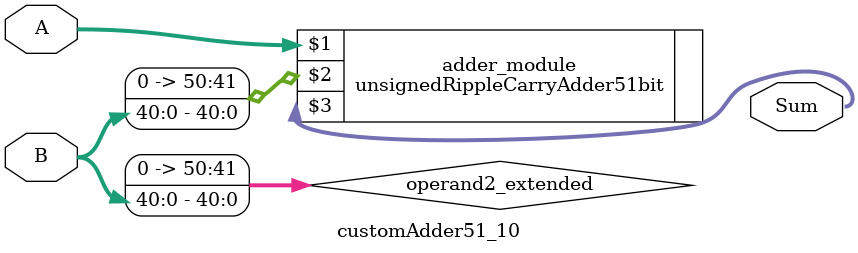
<source format=v>
module customAdder51_10(
                        input [50 : 0] A,
                        input [40 : 0] B,
                        
                        output [51 : 0] Sum
                );

        wire [50 : 0] operand2_extended;
        
        assign operand2_extended =  {10'b0, B};
        
        unsignedRippleCarryAdder51bit adder_module(
            A,
            operand2_extended,
            Sum
        );
        
        endmodule
        
</source>
